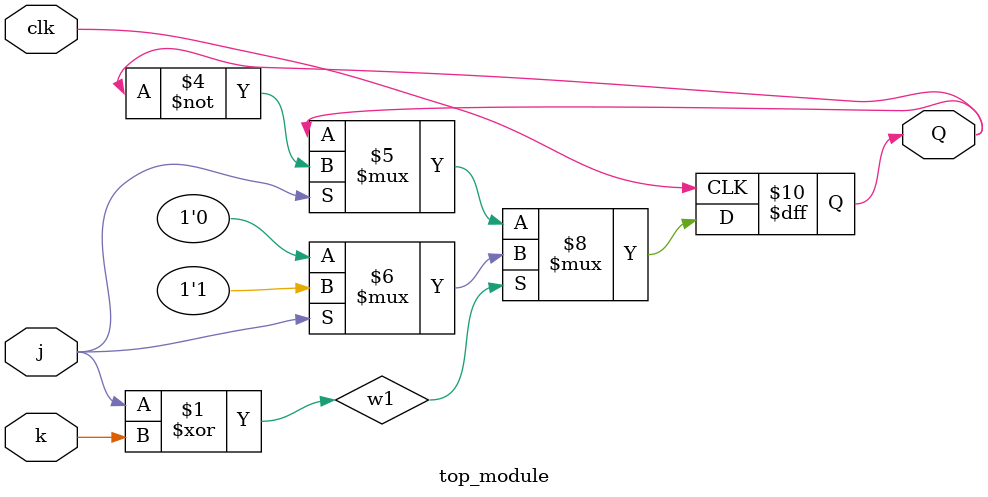
<source format=v>
module top_module (
    input clk,
    input j,
    input k,
    output Q);
    
    wire w1 = j^k;
    
    always @(posedge clk) begin
        if(~w1) Q<=j?~Q:Q;
        else Q<=j?1'b1:1'b0;
    end
    

endmodule

</source>
